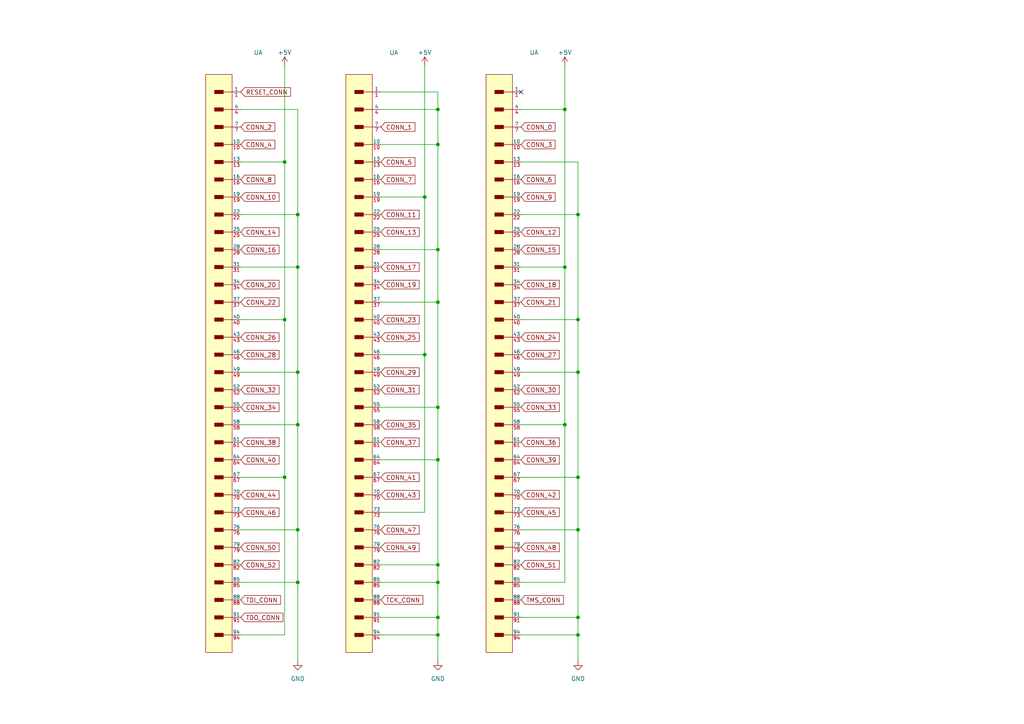
<source format=kicad_sch>
(kicad_sch (version 20220404) (generator eeschema)
  (paper "A4")
  (lib_symbols
    (symbol "Conn-09031966821:09031966921" (pin_names (offset 0))
      (property "Reference" "J" (at 0 7.62 0))
      (property "Value" "09031966921" (at 0 10.16 0))
      (symbol "09031966921_1_1"
        (rectangle (start -12.7 5.08) (end -5.08 -162.56) (fill (type background)))
        (rectangle (start -10.16 -156.972) (end -7.62 -157.988) (fill (type outline)))
        (rectangle (start -10.16 -151.892) (end -7.62 -152.908) (fill (type outline)))
        (rectangle (start -10.16 -146.812) (end -7.62 -147.828) (fill (type outline)))
        (rectangle (start -10.16 -141.732) (end -7.62 -142.748) (fill (type outline)))
        (rectangle (start -10.16 -136.652) (end -7.62 -137.668) (fill (type outline)))
        (rectangle (start -10.16 -131.572) (end -7.62 -132.588) (fill (type outline)))
        (rectangle (start -10.16 -126.492) (end -7.62 -127.508) (fill (type outline)))
        (rectangle (start -10.16 -121.412) (end -7.62 -122.428) (fill (type outline)))
        (rectangle (start -10.16 -116.332) (end -7.62 -117.348) (fill (type outline)))
        (rectangle (start -10.16 -111.252) (end -7.62 -112.268) (fill (type outline)))
        (rectangle (start -10.16 -106.172) (end -7.62 -107.188) (fill (type outline)))
        (rectangle (start -10.16 -101.092) (end -7.62 -102.108) (fill (type outline)))
        (rectangle (start -10.16 -96.012) (end -7.62 -97.028) (fill (type outline)))
        (rectangle (start -10.16 -90.932) (end -7.62 -91.948) (fill (type outline)))
        (rectangle (start -10.16 -85.852) (end -7.62 -86.868) (fill (type outline)))
        (rectangle (start -10.16 -80.772) (end -7.62 -81.788) (fill (type outline)))
        (rectangle (start -10.16 -75.692) (end -7.62 -76.708) (fill (type outline)))
        (rectangle (start -10.16 -70.612) (end -7.62 -71.628) (fill (type outline)))
        (rectangle (start -10.16 -65.532) (end -7.62 -66.548) (fill (type outline)))
        (rectangle (start -10.16 -60.452) (end -7.62 -61.468) (fill (type outline)))
        (rectangle (start -10.16 -55.372) (end -7.62 -56.388) (fill (type outline)))
        (rectangle (start -10.16 -50.292) (end -7.62 -51.308) (fill (type outline)))
        (rectangle (start -10.16 -45.212) (end -7.62 -46.228) (fill (type outline)))
        (rectangle (start -10.16 -40.132) (end -7.62 -41.148) (fill (type outline)))
        (rectangle (start -10.16 -35.052) (end -7.62 -36.068) (fill (type outline)))
        (rectangle (start -10.16 -29.972) (end -7.62 -30.988) (fill (type outline)))
        (rectangle (start -10.16 -24.892) (end -7.62 -25.908) (fill (type outline)))
        (rectangle (start -10.16 -19.812) (end -7.62 -20.828) (fill (type outline)))
        (rectangle (start -10.16 -14.732) (end -7.62 -15.748) (fill (type outline)))
        (rectangle (start -10.16 -9.652) (end -7.62 -10.668) (fill (type outline)))
        (rectangle (start -10.16 -4.572) (end -7.62 -5.588) (fill (type outline)))
        (rectangle (start -10.16 0.508) (end -7.62 -0.508) (fill (type outline)))
        (polyline (pts (xy -8.128 -157.48) (xy -5.08 -157.48)))
        (polyline (pts (xy -8.128 -152.4) (xy -5.08 -152.4)))
        (polyline (pts (xy -8.128 -147.32) (xy -5.08 -147.32)))
        (polyline (pts (xy -8.128 -142.24) (xy -5.08 -142.24)))
        (polyline (pts (xy -8.128 -137.16) (xy -5.08 -137.16)))
        (polyline (pts (xy -8.128 -132.08) (xy -5.08 -132.08)))
        (polyline (pts (xy -8.128 -127) (xy -5.08 -127)))
        (polyline (pts (xy -8.128 -121.92) (xy -5.08 -121.92)))
        (polyline (pts (xy -8.128 -116.84) (xy -5.08 -116.84)))
        (polyline (pts (xy -8.128 -111.76) (xy -5.08 -111.76)))
        (polyline (pts (xy -8.128 -106.68) (xy -5.08 -106.68)))
        (polyline (pts (xy -8.128 -101.6) (xy -5.08 -101.6)))
        (polyline (pts (xy -8.128 -96.52) (xy -5.08 -96.52)))
        (polyline (pts (xy -8.128 -91.44) (xy -5.08 -91.44)))
        (polyline (pts (xy -8.128 -86.36) (xy -5.08 -86.36)))
        (polyline (pts (xy -8.128 -81.28) (xy -5.08 -81.28)))
        (polyline (pts (xy -8.128 -76.2) (xy -5.08 -76.2)))
        (polyline (pts (xy -8.128 -71.12) (xy -5.08 -71.12)))
        (polyline (pts (xy -8.128 -66.04) (xy -5.08 -66.04)))
        (polyline (pts (xy -8.128 -60.96) (xy -5.08 -60.96)))
        (polyline (pts (xy -8.128 -55.88) (xy -5.08 -55.88)))
        (polyline (pts (xy -8.128 -50.8) (xy -5.08 -50.8)))
        (polyline (pts (xy -8.128 -45.72) (xy -5.08 -45.72)))
        (polyline (pts (xy -8.128 -40.64) (xy -5.08 -40.64)))
        (polyline (pts (xy -8.128 -35.56) (xy -5.08 -35.56)))
        (polyline (pts (xy -8.128 -30.48) (xy -5.08 -30.48)))
        (polyline (pts (xy -8.128 -25.4) (xy -5.08 -25.4)))
        (polyline (pts (xy -8.128 -20.32) (xy -5.08 -20.32)))
        (polyline (pts (xy -8.128 -15.24) (xy -5.08 -15.24)))
        (polyline (pts (xy -8.128 -10.16) (xy -5.08 -10.16)))
        (polyline (pts (xy -8.128 -5.08) (xy -5.08 -5.08)))
        (polyline (pts (xy -8.128 0) (xy -5.08 0)))
        (pin passive line (at -2.54 0 180) (length 2.54) (name "1") (number "1"))
        (pin passive line (at -2.54 -15.24 180) (length 2.54) (name "10") (number "10"))
        (pin passive line (at -2.54 -20.32 180) (length 2.54) (name "13") (number "13"))
        (pin passive line (at -2.54 -25.4 180) (length 2.54) (name "16") (number "16"))
        (pin passive line (at -2.54 -30.48 180) (length 2.54) (name "19") (number "19"))
        (pin passive line (at -2.54 -35.56 180) (length 2.54) (name "22") (number "22"))
        (pin passive line (at -2.54 -40.64 180) (length 2.54) (name "25") (number "25"))
        (pin passive line (at -2.54 -45.72 180) (length 2.54) (name "28") (number "28"))
        (pin passive line (at -2.54 -50.8 180) (length 2.54) (name "31") (number "31"))
        (pin passive line (at -2.54 -55.88 180) (length 2.54) (name "34") (number "34"))
        (pin passive line (at -2.54 -60.96 180) (length 2.54) (name "37") (number "37"))
        (pin passive line (at -2.54 -5.08 180) (length 2.54) (name "4") (number "4"))
        (pin passive line (at -2.54 -66.04 180) (length 2.54) (name "40") (number "40"))
        (pin passive line (at -2.54 -71.12 180) (length 2.54) (name "43") (number "43"))
        (pin passive line (at -2.54 -76.2 180) (length 2.54) (name "46") (number "46"))
        (pin passive line (at -2.54 -81.28 180) (length 2.54) (name "49") (number "49"))
        (pin passive line (at -2.54 -86.36 180) (length 2.54) (name "52") (number "52"))
        (pin passive line (at -2.54 -91.44 180) (length 2.54) (name "55") (number "55"))
        (pin passive line (at -2.54 -96.52 180) (length 2.54) (name "58") (number "58"))
        (pin passive line (at -2.54 -101.6 180) (length 2.54) (name "61") (number "61"))
        (pin passive line (at -2.54 -106.68 180) (length 2.54) (name "64") (number "64"))
        (pin passive line (at -2.54 -111.76 180) (length 2.54) (name "67") (number "67"))
        (pin passive line (at -2.54 -10.16 180) (length 2.54) (name "7") (number "7"))
        (pin passive line (at -2.54 -116.84 180) (length 2.54) (name "70") (number "70"))
        (pin passive line (at -2.54 -121.92 180) (length 2.54) (name "73") (number "73"))
        (pin passive line (at -2.54 -127 180) (length 2.54) (name "76") (number "76"))
        (pin passive line (at -2.54 -132.08 180) (length 2.54) (name "79") (number "79"))
        (pin passive line (at -2.54 -137.16 180) (length 2.54) (name "82") (number "82"))
        (pin passive line (at -2.54 -142.24 180) (length 2.54) (name "85") (number "85"))
        (pin passive line (at -2.54 -147.32 180) (length 2.54) (name "88") (number "88"))
        (pin passive line (at -2.54 -152.4 180) (length 2.54) (name "91") (number "91"))
        (pin passive line (at -2.54 -157.48 180) (length 2.54) (name "94") (number "94"))
      )
      (symbol "09031966921_2_1"
        (rectangle (start -12.7 5.08) (end -5.08 -162.56) (fill (type background)))
        (rectangle (start -10.16 -156.972) (end -7.62 -157.988) (fill (type outline)))
        (rectangle (start -10.16 -151.892) (end -7.62 -152.908) (fill (type outline)))
        (rectangle (start -10.16 -146.812) (end -7.62 -147.828) (fill (type outline)))
        (rectangle (start -10.16 -141.732) (end -7.62 -142.748) (fill (type outline)))
        (rectangle (start -10.16 -136.652) (end -7.62 -137.668) (fill (type outline)))
        (rectangle (start -10.16 -131.572) (end -7.62 -132.588) (fill (type outline)))
        (rectangle (start -10.16 -126.492) (end -7.62 -127.508) (fill (type outline)))
        (rectangle (start -10.16 -121.412) (end -7.62 -122.428) (fill (type outline)))
        (rectangle (start -10.16 -116.332) (end -7.62 -117.348) (fill (type outline)))
        (rectangle (start -10.16 -111.252) (end -7.62 -112.268) (fill (type outline)))
        (rectangle (start -10.16 -106.172) (end -7.62 -107.188) (fill (type outline)))
        (rectangle (start -10.16 -101.092) (end -7.62 -102.108) (fill (type outline)))
        (rectangle (start -10.16 -96.012) (end -7.62 -97.028) (fill (type outline)))
        (rectangle (start -10.16 -90.932) (end -7.62 -91.948) (fill (type outline)))
        (rectangle (start -10.16 -85.852) (end -7.62 -86.868) (fill (type outline)))
        (rectangle (start -10.16 -80.772) (end -7.62 -81.788) (fill (type outline)))
        (rectangle (start -10.16 -75.692) (end -7.62 -76.708) (fill (type outline)))
        (rectangle (start -10.16 -70.612) (end -7.62 -71.628) (fill (type outline)))
        (rectangle (start -10.16 -65.532) (end -7.62 -66.548) (fill (type outline)))
        (rectangle (start -10.16 -60.452) (end -7.62 -61.468) (fill (type outline)))
        (rectangle (start -10.16 -55.372) (end -7.62 -56.388) (fill (type outline)))
        (rectangle (start -10.16 -50.292) (end -7.62 -51.308) (fill (type outline)))
        (rectangle (start -10.16 -45.212) (end -7.62 -46.228) (fill (type outline)))
        (rectangle (start -10.16 -40.132) (end -7.62 -41.148) (fill (type outline)))
        (rectangle (start -10.16 -35.052) (end -7.62 -36.068) (fill (type outline)))
        (rectangle (start -10.16 -29.972) (end -7.62 -30.988) (fill (type outline)))
        (rectangle (start -10.16 -24.892) (end -7.62 -25.908) (fill (type outline)))
        (rectangle (start -10.16 -19.812) (end -7.62 -20.828) (fill (type outline)))
        (rectangle (start -10.16 -14.732) (end -7.62 -15.748) (fill (type outline)))
        (rectangle (start -10.16 -9.652) (end -7.62 -10.668) (fill (type outline)))
        (rectangle (start -10.16 -4.572) (end -7.62 -5.588) (fill (type outline)))
        (rectangle (start -10.16 0.508) (end -7.62 -0.508) (fill (type outline)))
        (polyline (pts (xy -8.128 -157.48) (xy -5.08 -157.48)))
        (polyline (pts (xy -8.128 -152.4) (xy -5.08 -152.4)))
        (polyline (pts (xy -8.128 -147.32) (xy -5.08 -147.32)))
        (polyline (pts (xy -8.128 -142.24) (xy -5.08 -142.24)))
        (polyline (pts (xy -8.128 -137.16) (xy -5.08 -137.16)))
        (polyline (pts (xy -8.128 -132.08) (xy -5.08 -132.08)))
        (polyline (pts (xy -8.128 -127) (xy -5.08 -127)))
        (polyline (pts (xy -8.128 -121.92) (xy -5.08 -121.92)))
        (polyline (pts (xy -8.128 -116.84) (xy -5.08 -116.84)))
        (polyline (pts (xy -8.128 -111.76) (xy -5.08 -111.76)))
        (polyline (pts (xy -8.128 -106.68) (xy -5.08 -106.68)))
        (polyline (pts (xy -8.128 -101.6) (xy -5.08 -101.6)))
        (polyline (pts (xy -8.128 -96.52) (xy -5.08 -96.52)))
        (polyline (pts (xy -8.128 -91.44) (xy -5.08 -91.44)))
        (polyline (pts (xy -8.128 -86.36) (xy -5.08 -86.36)))
        (polyline (pts (xy -8.128 -81.28) (xy -5.08 -81.28)))
        (polyline (pts (xy -8.128 -76.2) (xy -5.08 -76.2)))
        (polyline (pts (xy -8.128 -71.12) (xy -5.08 -71.12)))
        (polyline (pts (xy -8.128 -66.04) (xy -5.08 -66.04)))
        (polyline (pts (xy -8.128 -60.96) (xy -5.08 -60.96)))
        (polyline (pts (xy -8.128 -55.88) (xy -5.08 -55.88)))
        (polyline (pts (xy -8.128 -50.8) (xy -5.08 -50.8)))
        (polyline (pts (xy -8.128 -45.72) (xy -5.08 -45.72)))
        (polyline (pts (xy -8.128 -40.64) (xy -5.08 -40.64)))
        (polyline (pts (xy -8.128 -35.56) (xy -5.08 -35.56)))
        (polyline (pts (xy -8.128 -30.48) (xy -5.08 -30.48)))
        (polyline (pts (xy -8.128 -25.4) (xy -5.08 -25.4)))
        (polyline (pts (xy -8.128 -20.32) (xy -5.08 -20.32)))
        (polyline (pts (xy -8.128 -15.24) (xy -5.08 -15.24)))
        (polyline (pts (xy -8.128 -10.16) (xy -5.08 -10.16)))
        (polyline (pts (xy -8.128 -5.08) (xy -5.08 -5.08)))
        (polyline (pts (xy -8.128 0) (xy -5.08 0)))
        (pin passive line (at -2.54 -15.24 180) (length 2.54) (name "11") (number "11"))
        (pin passive line (at -2.54 -20.32 180) (length 2.54) (name "14") (number "14"))
        (pin passive line (at -2.54 -25.4 180) (length 2.54) (name "17") (number "17"))
        (pin passive line (at -2.54 0 180) (length 2.54) (name "2") (number "2"))
        (pin passive line (at -2.54 -30.48 180) (length 2.54) (name "20") (number "20"))
        (pin passive line (at -2.54 -35.56 180) (length 2.54) (name "23") (number "23"))
        (pin passive line (at -2.54 -40.64 180) (length 2.54) (name "26") (number "26"))
        (pin passive line (at -2.54 -45.72 180) (length 2.54) (name "29") (number "29"))
        (pin passive line (at -2.54 -50.8 180) (length 2.54) (name "32") (number "32"))
        (pin passive line (at -2.54 -55.88 180) (length 2.54) (name "35") (number "35"))
        (pin passive line (at -2.54 -60.96 180) (length 2.54) (name "38") (number "38"))
        (pin passive line (at -2.54 -66.04 180) (length 2.54) (name "41") (number "41"))
        (pin passive line (at -2.54 -71.12 180) (length 2.54) (name "44") (number "44"))
        (pin passive line (at -2.54 -76.2 180) (length 2.54) (name "47") (number "47"))
        (pin passive line (at -2.54 -5.08 180) (length 2.54) (name "5") (number "5"))
        (pin passive line (at -2.54 -81.28 180) (length 2.54) (name "50") (number "50"))
        (pin passive line (at -2.54 -86.36 180) (length 2.54) (name "53") (number "53"))
        (pin passive line (at -2.54 -91.44 180) (length 2.54) (name "56") (number "56"))
        (pin passive line (at -2.54 -96.52 180) (length 2.54) (name "59") (number "59"))
        (pin passive line (at -2.54 -101.6 180) (length 2.54) (name "62") (number "62"))
        (pin passive line (at -2.54 -106.68 180) (length 2.54) (name "65") (number "65"))
        (pin passive line (at -2.54 -111.76 180) (length 2.54) (name "68") (number "68"))
        (pin passive line (at -2.54 -116.84 180) (length 2.54) (name "71") (number "71"))
        (pin passive line (at -2.54 -121.92 180) (length 2.54) (name "74") (number "74"))
        (pin passive line (at -2.54 -127 180) (length 2.54) (name "77") (number "77"))
        (pin passive line (at -2.54 -10.16 180) (length 2.54) (name "8") (number "8"))
        (pin passive line (at -2.54 -132.08 180) (length 2.54) (name "80") (number "80"))
        (pin passive line (at -2.54 -137.16 180) (length 2.54) (name "83") (number "83"))
        (pin passive line (at -2.54 -142.24 180) (length 2.54) (name "86") (number "86"))
        (pin passive line (at -2.54 -147.32 180) (length 2.54) (name "89") (number "89"))
        (pin passive line (at -2.54 -152.4 180) (length 2.54) (name "92") (number "92"))
        (pin passive line (at -2.54 -157.48 180) (length 2.54) (name "95") (number "95"))
      )
      (symbol "09031966921_3_1"
        (rectangle (start -12.7 5.08) (end -5.08 -162.56) (fill (type background)))
        (rectangle (start -10.16 -156.972) (end -7.62 -157.988) (fill (type outline)))
        (rectangle (start -10.16 -151.892) (end -7.62 -152.908) (fill (type outline)))
        (rectangle (start -10.16 -146.812) (end -7.62 -147.828) (fill (type outline)))
        (rectangle (start -10.16 -141.732) (end -7.62 -142.748) (fill (type outline)))
        (rectangle (start -10.16 -136.652) (end -7.62 -137.668) (fill (type outline)))
        (rectangle (start -10.16 -131.572) (end -7.62 -132.588) (fill (type outline)))
        (rectangle (start -10.16 -126.492) (end -7.62 -127.508) (fill (type outline)))
        (rectangle (start -10.16 -121.412) (end -7.62 -122.428) (fill (type outline)))
        (rectangle (start -10.16 -116.332) (end -7.62 -117.348) (fill (type outline)))
        (rectangle (start -10.16 -111.252) (end -7.62 -112.268) (fill (type outline)))
        (rectangle (start -10.16 -106.172) (end -7.62 -107.188) (fill (type outline)))
        (rectangle (start -10.16 -101.092) (end -7.62 -102.108) (fill (type outline)))
        (rectangle (start -10.16 -96.012) (end -7.62 -97.028) (fill (type outline)))
        (rectangle (start -10.16 -90.932) (end -7.62 -91.948) (fill (type outline)))
        (rectangle (start -10.16 -85.852) (end -7.62 -86.868) (fill (type outline)))
        (rectangle (start -10.16 -80.772) (end -7.62 -81.788) (fill (type outline)))
        (rectangle (start -10.16 -75.692) (end -7.62 -76.708) (fill (type outline)))
        (rectangle (start -10.16 -70.612) (end -7.62 -71.628) (fill (type outline)))
        (rectangle (start -10.16 -65.532) (end -7.62 -66.548) (fill (type outline)))
        (rectangle (start -10.16 -60.452) (end -7.62 -61.468) (fill (type outline)))
        (rectangle (start -10.16 -55.372) (end -7.62 -56.388) (fill (type outline)))
        (rectangle (start -10.16 -50.292) (end -7.62 -51.308) (fill (type outline)))
        (rectangle (start -10.16 -45.212) (end -7.62 -46.228) (fill (type outline)))
        (rectangle (start -10.16 -40.132) (end -7.62 -41.148) (fill (type outline)))
        (rectangle (start -10.16 -35.052) (end -7.62 -36.068) (fill (type outline)))
        (rectangle (start -10.16 -29.972) (end -7.62 -30.988) (fill (type outline)))
        (rectangle (start -10.16 -24.892) (end -7.62 -25.908) (fill (type outline)))
        (rectangle (start -10.16 -19.812) (end -7.62 -20.828) (fill (type outline)))
        (rectangle (start -10.16 -14.732) (end -7.62 -15.748) (fill (type outline)))
        (rectangle (start -10.16 -9.652) (end -7.62 -10.668) (fill (type outline)))
        (rectangle (start -10.16 -4.572) (end -7.62 -5.588) (fill (type outline)))
        (rectangle (start -10.16 0.508) (end -7.62 -0.508) (fill (type outline)))
        (polyline (pts (xy -8.128 -157.48) (xy -5.08 -157.48)))
        (polyline (pts (xy -8.128 -152.4) (xy -5.08 -152.4)))
        (polyline (pts (xy -8.128 -147.32) (xy -5.08 -147.32)))
        (polyline (pts (xy -8.128 -142.24) (xy -5.08 -142.24)))
        (polyline (pts (xy -8.128 -137.16) (xy -5.08 -137.16)))
        (polyline (pts (xy -8.128 -132.08) (xy -5.08 -132.08)))
        (polyline (pts (xy -8.128 -127) (xy -5.08 -127)))
        (polyline (pts (xy -8.128 -121.92) (xy -5.08 -121.92)))
        (polyline (pts (xy -8.128 -116.84) (xy -5.08 -116.84)))
        (polyline (pts (xy -8.128 -111.76) (xy -5.08 -111.76)))
        (polyline (pts (xy -8.128 -106.68) (xy -5.08 -106.68)))
        (polyline (pts (xy -8.128 -101.6) (xy -5.08 -101.6)))
        (polyline (pts (xy -8.128 -96.52) (xy -5.08 -96.52)))
        (polyline (pts (xy -8.128 -91.44) (xy -5.08 -91.44)))
        (polyline (pts (xy -8.128 -86.36) (xy -5.08 -86.36)))
        (polyline (pts (xy -8.128 -81.28) (xy -5.08 -81.28)))
        (polyline (pts (xy -8.128 -76.2) (xy -5.08 -76.2)))
        (polyline (pts (xy -8.128 -71.12) (xy -5.08 -71.12)))
        (polyline (pts (xy -8.128 -66.04) (xy -5.08 -66.04)))
        (polyline (pts (xy -8.128 -60.96) (xy -5.08 -60.96)))
        (polyline (pts (xy -8.128 -55.88) (xy -5.08 -55.88)))
        (polyline (pts (xy -8.128 -50.8) (xy -5.08 -50.8)))
        (polyline (pts (xy -8.128 -45.72) (xy -5.08 -45.72)))
        (polyline (pts (xy -8.128 -40.64) (xy -5.08 -40.64)))
        (polyline (pts (xy -8.128 -35.56) (xy -5.08 -35.56)))
        (polyline (pts (xy -8.128 -30.48) (xy -5.08 -30.48)))
        (polyline (pts (xy -8.128 -25.4) (xy -5.08 -25.4)))
        (polyline (pts (xy -8.128 -20.32) (xy -5.08 -20.32)))
        (polyline (pts (xy -8.128 -15.24) (xy -5.08 -15.24)))
        (polyline (pts (xy -8.128 -10.16) (xy -5.08 -10.16)))
        (polyline (pts (xy -8.128 -5.08) (xy -5.08 -5.08)))
        (polyline (pts (xy -8.128 0) (xy -5.08 0)))
        (pin passive line (at -2.54 -15.24 180) (length 2.54) (name "12") (number "12"))
        (pin passive line (at -2.54 -20.32 180) (length 2.54) (name "15") (number "15"))
        (pin passive line (at -2.54 -25.4 180) (length 2.54) (name "18") (number "18"))
        (pin passive line (at -2.54 -30.48 180) (length 2.54) (name "21") (number "21"))
        (pin passive line (at -2.54 -35.56 180) (length 2.54) (name "24") (number "24"))
        (pin passive line (at -2.54 -40.64 180) (length 2.54) (name "27") (number "27"))
        (pin passive line (at -2.54 0 180) (length 2.54) (name "3") (number "3"))
        (pin passive line (at -2.54 -45.72 180) (length 2.54) (name "30") (number "30"))
        (pin passive line (at -2.54 -50.8 180) (length 2.54) (name "33") (number "33"))
        (pin passive line (at -2.54 -55.88 180) (length 2.54) (name "36") (number "36"))
        (pin passive line (at -2.54 -60.96 180) (length 2.54) (name "39") (number "39"))
        (pin passive line (at -2.54 -66.04 180) (length 2.54) (name "42") (number "42"))
        (pin passive line (at -2.54 -71.12 180) (length 2.54) (name "45") (number "45"))
        (pin passive line (at -2.54 -76.2 180) (length 2.54) (name "48") (number "48"))
        (pin passive line (at -2.54 -81.28 180) (length 2.54) (name "51") (number "51"))
        (pin passive line (at -2.54 -86.36 180) (length 2.54) (name "54") (number "54"))
        (pin passive line (at -2.54 -91.44 180) (length 2.54) (name "57") (number "57"))
        (pin passive line (at -2.54 -5.08 180) (length 2.54) (name "6") (number "6"))
        (pin passive line (at -2.54 -96.52 180) (length 2.54) (name "60") (number "60"))
        (pin passive line (at -2.54 -101.6 180) (length 2.54) (name "63") (number "63"))
        (pin passive line (at -2.54 -106.68 180) (length 2.54) (name "66") (number "66"))
        (pin passive line (at -2.54 -111.76 180) (length 2.54) (name "69") (number "69"))
        (pin passive line (at -2.54 -116.84 180) (length 2.54) (name "72") (number "72"))
        (pin passive line (at -2.54 -121.92 180) (length 2.54) (name "75") (number "75"))
        (pin passive line (at -2.54 -127 180) (length 2.54) (name "78") (number "78"))
        (pin passive line (at -2.54 -132.08 180) (length 2.54) (name "81") (number "81"))
        (pin passive line (at -2.54 -137.16 180) (length 2.54) (name "84") (number "84"))
        (pin passive line (at -2.54 -142.24 180) (length 2.54) (name "87") (number "87"))
        (pin passive line (at -2.54 -10.16 180) (length 2.54) (name "9") (number "9"))
        (pin passive line (at -2.54 -147.32 180) (length 2.54) (name "90") (number "90"))
        (pin passive line (at -2.54 -152.4 180) (length 2.54) (name "93") (number "93"))
        (pin passive line (at -2.54 -157.48 180) (length 2.54) (name "96") (number "96"))
      )
    )
    (symbol "power:+5V" (power) (pin_names (offset 0))
      (property "Value" "+5V" (at 0 3.556 0))
      (symbol "+5V_0_1"
        (polyline (pts (xy -0.762 1.27) (xy 0 2.54)))
        (polyline (pts (xy 0 0) (xy 0 2.54)))
        (polyline (pts (xy 0 2.54) (xy 0.762 1.27)))
      )
      (symbol "+5V_1_1"
        (pin power_in line (at 0 0 90) (length 0) hide (name "+5V") (number "1"))
      )
    )
    (symbol "power:GND" (power) (pin_names (offset 0))
      (property "Value" "GND" (at 0 -3.81 0))
      (symbol "GND_0_1"
        (polyline (pts (xy 0 0) (xy 0 -1.27) (xy 1.27 -1.27) (xy 0 -2.54) (xy -1.27 -1.27) (xy 0 -1.27)))
      )
      (symbol "GND_1_1"
        (pin power_in line (at 0 0 270) (length 0) hide (name "GND") (number "1"))
      )
    )
  )
  (junction (at 86.36 168.91))
  (junction (at 127 163.83))
  (junction (at 167.64 184.15))
  (junction (at 167.64 107.95))
  (junction (at 86.36 77.47))
  (junction (at 163.83 31.75))
  (junction (at 127 72.39))
  (junction (at 86.36 107.95))
  (junction (at 127 87.63))
  (junction (at 86.36 62.23))
  (junction (at 123.19 102.87))
  (junction (at 167.64 92.71))
  (junction (at 163.83 77.47))
  (junction (at 86.36 123.19))
  (junction (at 127 41.91))
  (junction (at 167.64 62.23))
  (junction (at 82.55 138.43))
  (junction (at 127 118.11))
  (junction (at 167.64 138.43))
  (junction (at 82.55 46.99))
  (junction (at 163.83 123.19))
  (junction (at 167.64 179.07))
  (junction (at 123.19 57.15))
  (junction (at 86.36 153.67))
  (junction (at 127 179.07))
  (junction (at 127 184.15))
  (junction (at 82.55 92.71))
  (junction (at 167.64 153.67))
  (junction (at 127 133.35))
  (junction (at 127 31.75))
  (junction (at 127 168.91))
  (no_connect (at 151.13 26.67))
  (wire (pts (xy 127 168.91) (xy 127 179.07)))
  (wire (pts (xy 127 163.83) (xy 127 168.91)))
  (wire (pts (xy 127 184.15) (xy 110.49 184.15)))
  (wire (pts (xy 123.19 102.87) (xy 123.19 148.59)))
  (wire (pts (xy 127 41.91) (xy 127 72.39)))
  (wire (pts (xy 167.64 62.23) (xy 167.64 92.71)))
  (wire (pts (xy 86.36 107.95) (xy 69.85 107.95)))
  (wire (pts (xy 127 87.63) (xy 110.49 87.63)))
  (wire (pts (xy 167.64 62.23) (xy 151.13 62.23)))
  (wire (pts (xy 86.36 107.95) (xy 86.36 123.19)))
  (wire (pts (xy 86.36 62.23) (xy 86.36 77.47)))
  (wire (pts (xy 163.83 31.75) (xy 163.83 77.47)))
  (wire (pts (xy 163.83 123.19) (xy 163.83 168.91)))
  (wire (pts (xy 167.64 107.95) (xy 151.13 107.95)))
  (wire (pts (xy 86.36 77.47) (xy 86.36 107.95)))
  (wire (pts (xy 127 179.07) (xy 127 184.15)))
  (wire (pts (xy 127 26.67) (xy 110.49 26.67)))
  (wire (pts (xy 127 168.91) (xy 110.49 168.91)))
  (wire (pts (xy 82.55 138.43) (xy 82.55 184.15)))
  (wire (pts (xy 127 133.35) (xy 127 163.83)))
  (wire (pts (xy 127 179.07) (xy 110.49 179.07)))
  (wire (pts (xy 82.55 92.71) (xy 82.55 138.43)))
  (wire (pts (xy 127 31.75) (xy 127 41.91)))
  (wire (pts (xy 167.64 153.67) (xy 167.64 179.07)))
  (wire (pts (xy 163.83 19.05) (xy 163.83 31.75)))
  (wire (pts (xy 123.19 57.15) (xy 110.49 57.15)))
  (wire (pts (xy 167.64 107.95) (xy 167.64 138.43)))
  (wire (pts (xy 127 31.75) (xy 110.49 31.75)))
  (wire (pts (xy 127 87.63) (xy 127 118.11)))
  (wire (pts (xy 123.19 148.59) (xy 110.49 148.59)))
  (wire (pts (xy 86.36 153.67) (xy 86.36 168.91)))
  (wire (pts (xy 86.36 62.23) (xy 69.85 62.23)))
  (wire (pts (xy 167.64 92.71) (xy 167.64 107.95)))
  (wire (pts (xy 163.83 168.91) (xy 151.13 168.91)))
  (wire (pts (xy 127 118.11) (xy 110.49 118.11)))
  (wire (pts (xy 82.55 92.71) (xy 69.85 92.71)))
  (wire (pts (xy 167.64 184.15) (xy 167.64 191.77)))
  (wire (pts (xy 82.55 184.15) (xy 69.85 184.15)))
  (wire (pts (xy 127 133.35) (xy 110.49 133.35)))
  (wire (pts (xy 86.36 168.91) (xy 86.36 191.77)))
  (wire (pts (xy 82.55 19.05) (xy 82.55 46.99)))
  (wire (pts (xy 86.36 31.75) (xy 86.36 62.23)))
  (wire (pts (xy 167.64 179.07) (xy 151.13 179.07)))
  (wire (pts (xy 86.36 123.19) (xy 86.36 153.67)))
  (wire (pts (xy 163.83 77.47) (xy 163.83 123.19)))
  (wire (pts (xy 167.64 138.43) (xy 167.64 153.67)))
  (wire (pts (xy 86.36 31.75) (xy 69.85 31.75)))
  (wire (pts (xy 127 26.67) (xy 127 31.75)))
  (wire (pts (xy 86.36 123.19) (xy 69.85 123.19)))
  (wire (pts (xy 167.64 153.67) (xy 151.13 153.67)))
  (wire (pts (xy 86.36 77.47) (xy 69.85 77.47)))
  (wire (pts (xy 127 163.83) (xy 110.49 163.83)))
  (wire (pts (xy 163.83 123.19) (xy 151.13 123.19)))
  (wire (pts (xy 167.64 184.15) (xy 151.13 184.15)))
  (wire (pts (xy 127 72.39) (xy 127 87.63)))
  (wire (pts (xy 163.83 77.47) (xy 151.13 77.47)))
  (wire (pts (xy 86.36 153.67) (xy 69.85 153.67)))
  (wire (pts (xy 86.36 168.91) (xy 69.85 168.91)))
  (wire (pts (xy 127 72.39) (xy 110.49 72.39)))
  (wire (pts (xy 167.64 138.43) (xy 151.13 138.43)))
  (wire (pts (xy 123.19 19.05) (xy 123.19 57.15)))
  (wire (pts (xy 127 118.11) (xy 127 133.35)))
  (wire (pts (xy 82.55 46.99) (xy 82.55 92.71)))
  (wire (pts (xy 167.64 179.07) (xy 167.64 184.15)))
  (wire (pts (xy 123.19 57.15) (xy 123.19 102.87)))
  (wire (pts (xy 167.64 46.99) (xy 151.13 46.99)))
  (wire (pts (xy 82.55 46.99) (xy 69.85 46.99)))
  (wire (pts (xy 167.64 46.99) (xy 167.64 62.23)))
  (wire (pts (xy 127 41.91) (xy 110.49 41.91)))
  (wire (pts (xy 163.83 31.75) (xy 151.13 31.75)))
  (wire (pts (xy 167.64 92.71) (xy 151.13 92.71)))
  (wire (pts (xy 123.19 102.87) (xy 110.49 102.87)))
  (wire (pts (xy 127 184.15) (xy 127 191.77)))
  (wire (pts (xy 82.55 138.43) (xy 69.85 138.43)))
  (global_label "CONN_20" (shape input) (at 69.85 82.55 0) (property "Intersheet References" "${INTERSHEET_REFS}" (at 82.1812 82.4706 0) (effects (justify left))))
  (global_label "CONN_30" (shape input) (at 151.13 113.03 0) (property "Intersheet References" "${INTERSHEET_REFS}" (at 163.4612 112.9506 0) (effects (justify left))))
  (global_label "TDI_CONN" (shape input) (at 69.85 173.99 0) (property "Intersheet References" "${INTERSHEET_REFS}" (at 82.1812 173.9106 0) (effects (justify left))))
  (global_label "CONN_29" (shape input) (at 110.49 107.95 0) (property "Intersheet References" "${INTERSHEET_REFS}" (at 122.8212 107.8706 0) (effects (justify left))))
  (global_label "CONN_5" (shape input) (at 110.49 46.99 0) (property "Intersheet References" "${INTERSHEET_REFS}" (at 120.3417 46.9106 0) (effects (justify left))))
  (global_label "CONN_25" (shape input) (at 110.49 97.79 0) (property "Intersheet References" "${INTERSHEET_REFS}" (at 122.8212 97.7106 0) (effects (justify left))))
  (global_label "CONN_37" (shape input) (at 110.49 128.27 0) (property "Intersheet References" "${INTERSHEET_REFS}" (at 122.8212 128.1906 0) (effects (justify left))))
  (global_label "CONN_44" (shape input) (at 69.85 143.51 0) (property "Intersheet References" "${INTERSHEET_REFS}" (at 82.1812 143.4306 0) (effects (justify left))))
  (global_label "CONN_45" (shape input) (at 151.13 148.59 0) (property "Intersheet References" "${INTERSHEET_REFS}" (at 163.4612 148.5106 0) (effects (justify left))))
  (global_label "CONN_4" (shape input) (at 69.85 41.91 0) (property "Intersheet References" "${INTERSHEET_REFS}" (at 79.7017 41.8306 0) (effects (justify left))))
  (global_label "CONN_48" (shape input) (at 151.13 158.75 0) (property "Intersheet References" "${INTERSHEET_REFS}" (at 163.4612 158.6706 0) (effects (justify left))))
  (global_label "CONN_22" (shape input) (at 69.85 87.63 0) (property "Intersheet References" "${INTERSHEET_REFS}" (at 82.1812 87.5506 0) (effects (justify left))))
  (global_label "CONN_0" (shape input) (at 151.13 36.83 0) (property "Intersheet References" "${INTERSHEET_REFS}" (at 160.9817 36.7506 0) (effects (justify left))))
  (global_label "CONN_24" (shape input) (at 151.13 97.79 0) (property "Intersheet References" "${INTERSHEET_REFS}" (at 163.4612 97.7106 0) (effects (justify left))))
  (global_label "CONN_47" (shape input) (at 110.49 153.67 0) (property "Intersheet References" "${INTERSHEET_REFS}" (at 122.8212 153.5906 0) (effects (justify left))))
  (global_label "CONN_50" (shape input) (at 69.85 158.75 0) (property "Intersheet References" "${INTERSHEET_REFS}" (at 82.1812 158.6706 0) (effects (justify left))))
  (global_label "CONN_52" (shape input) (at 69.85 163.83 0) (property "Intersheet References" "${INTERSHEET_REFS}" (at 82.1812 163.7506 0) (effects (justify left))))
  (global_label "CONN_28" (shape input) (at 69.85 102.87 0) (property "Intersheet References" "${INTERSHEET_REFS}" (at 82.1812 102.7906 0) (effects (justify left))))
  (global_label "CONN_17" (shape input) (at 110.49 77.47 0) (property "Intersheet References" "${INTERSHEET_REFS}" (at 122.8212 77.3906 0) (effects (justify left))))
  (global_label "CONN_51" (shape input) (at 151.13 163.83 0) (property "Intersheet References" "${INTERSHEET_REFS}" (at 163.4612 163.7506 0) (effects (justify left))))
  (global_label "CONN_38" (shape input) (at 69.85 128.27 0) (property "Intersheet References" "${INTERSHEET_REFS}" (at 82.1812 128.1906 0) (effects (justify left))))
  (global_label "CONN_26" (shape input) (at 69.85 97.79 0) (property "Intersheet References" "${INTERSHEET_REFS}" (at 82.1812 97.7106 0) (effects (justify left))))
  (global_label "CONN_13" (shape input) (at 110.49 67.31 0) (property "Intersheet References" "${INTERSHEET_REFS}" (at 122.8212 67.2306 0) (effects (justify left))))
  (global_label "CONN_6" (shape input) (at 151.13 52.07 0) (property "Intersheet References" "${INTERSHEET_REFS}" (at 160.9817 51.9906 0) (effects (justify left))))
  (global_label "CONN_43" (shape input) (at 110.49 143.51 0) (property "Intersheet References" "${INTERSHEET_REFS}" (at 122.8212 143.4306 0) (effects (justify left))))
  (global_label "TMS_CONN" (shape input) (at 151.13 173.99 0) (property "Intersheet References" "${INTERSHEET_REFS}" (at 163.4612 173.9106 0) (effects (justify left))))
  (global_label "CONN_2" (shape input) (at 69.85 36.83 0) (property "Intersheet References" "${INTERSHEET_REFS}" (at 79.7017 36.7506 0) (effects (justify left))))
  (global_label "RESET_CONN" (shape input) (at 69.85 26.67 0) (property "Intersheet References" "${INTERSHEET_REFS}" (at 82.1812 26.5906 0) (effects (justify left))))
  (global_label "CONN_36" (shape input) (at 151.13 128.27 0) (property "Intersheet References" "${INTERSHEET_REFS}" (at 163.4612 128.1906 0) (effects (justify left))))
  (global_label "CONN_18" (shape input) (at 151.13 82.55 0) (property "Intersheet References" "${INTERSHEET_REFS}" (at 163.4612 82.4706 0) (effects (justify left))))
  (global_label "CONN_15" (shape input) (at 151.13 72.39 0) (property "Intersheet References" "${INTERSHEET_REFS}" (at 163.4612 72.3106 0) (effects (justify left))))
  (global_label "CONN_10" (shape input) (at 69.85 57.15 0) (property "Intersheet References" "${INTERSHEET_REFS}" (at 82.1812 57.0706 0) (effects (justify left))))
  (global_label "CONN_42" (shape input) (at 151.13 143.51 0) (property "Intersheet References" "${INTERSHEET_REFS}" (at 163.4612 143.4306 0) (effects (justify left))))
  (global_label "CONN_3" (shape input) (at 151.13 41.91 0) (property "Intersheet References" "${INTERSHEET_REFS}" (at 160.9817 41.8306 0) (effects (justify left))))
  (global_label "CONN_8" (shape input) (at 69.85 52.07 0) (property "Intersheet References" "${INTERSHEET_REFS}" (at 79.7017 51.9906 0) (effects (justify left))))
  (global_label "CONN_19" (shape input) (at 110.49 82.55 0) (property "Intersheet References" "${INTERSHEET_REFS}" (at 122.8212 82.4706 0) (effects (justify left))))
  (global_label "CONN_23" (shape input) (at 110.49 92.71 0) (property "Intersheet References" "${INTERSHEET_REFS}" (at 122.8212 92.6306 0) (effects (justify left))))
  (global_label "TDO_CONN" (shape input) (at 69.85 179.07 0) (property "Intersheet References" "${INTERSHEET_REFS}" (at 82.1812 178.9906 0) (effects (justify left))))
  (global_label "CONN_31" (shape input) (at 110.49 113.03 0) (property "Intersheet References" "${INTERSHEET_REFS}" (at 122.8212 112.9506 0) (effects (justify left))))
  (global_label "CONN_7" (shape input) (at 110.49 52.07 0) (property "Intersheet References" "${INTERSHEET_REFS}" (at 120.3417 51.9906 0) (effects (justify left))))
  (global_label "CONN_32" (shape input) (at 69.85 113.03 0) (property "Intersheet References" "${INTERSHEET_REFS}" (at 82.1812 112.9506 0) (effects (justify left))))
  (global_label "CONN_35" (shape input) (at 110.49 123.19 0) (property "Intersheet References" "${INTERSHEET_REFS}" (at 122.8212 123.1106 0) (effects (justify left))))
  (global_label "CONN_9" (shape input) (at 151.13 57.15 0) (property "Intersheet References" "${INTERSHEET_REFS}" (at 160.9817 57.0706 0) (effects (justify left))))
  (global_label "CONN_34" (shape input) (at 69.85 118.11 0) (property "Intersheet References" "${INTERSHEET_REFS}" (at 82.1812 118.0306 0) (effects (justify left))))
  (global_label "CONN_11" (shape input) (at 110.49 62.23 0) (property "Intersheet References" "${INTERSHEET_REFS}" (at 122.8212 62.1506 0) (effects (justify left))))
  (global_label "CONN_16" (shape input) (at 69.85 72.39 0) (property "Intersheet References" "${INTERSHEET_REFS}" (at 82.1812 72.3106 0) (effects (justify left))))
  (global_label "CONN_33" (shape input) (at 151.13 118.11 0) (property "Intersheet References" "${INTERSHEET_REFS}" (at 163.4612 118.0306 0) (effects (justify left))))
  (global_label "CONN_39" (shape input) (at 151.13 133.35 0) (property "Intersheet References" "${INTERSHEET_REFS}" (at 163.4612 133.2706 0) (effects (justify left))))
  (global_label "TCK_CONN" (shape input) (at 110.49 173.99 0) (property "Intersheet References" "${INTERSHEET_REFS}" (at 122.8212 173.9106 0) (effects (justify left))))
  (global_label "CONN_40" (shape input) (at 69.85 133.35 0) (property "Intersheet References" "${INTERSHEET_REFS}" (at 82.1812 133.2706 0) (effects (justify left))))
  (global_label "CONN_46" (shape input) (at 69.85 148.59 0) (property "Intersheet References" "${INTERSHEET_REFS}" (at 82.1812 148.5106 0) (effects (justify left))))
  (global_label "CONN_49" (shape input) (at 110.49 158.75 0) (property "Intersheet References" "${INTERSHEET_REFS}" (at 122.8212 158.6706 0) (effects (justify left))))
  (global_label "CONN_41" (shape input) (at 110.49 138.43 0) (property "Intersheet References" "${INTERSHEET_REFS}" (at 122.8212 138.3506 0) (effects (justify left))))
  (global_label "CONN_12" (shape input) (at 151.13 67.31 0) (property "Intersheet References" "${INTERSHEET_REFS}" (at 163.4612 67.2306 0) (effects (justify left))))
  (global_label "CONN_27" (shape input) (at 151.13 102.87 0) (property "Intersheet References" "${INTERSHEET_REFS}" (at 163.4612 102.7906 0) (effects (justify left))))
  (global_label "CONN_1" (shape input) (at 110.49 36.83 0) (property "Intersheet References" "${INTERSHEET_REFS}" (at 120.3417 36.7506 0) (effects (justify left))))
  (global_label "CONN_14" (shape input) (at 69.85 67.31 0) (property "Intersheet References" "${INTERSHEET_REFS}" (at 82.1812 67.2306 0) (effects (justify left))))
  (global_label "CONN_21" (shape input) (at 151.13 87.63 0) (property "Intersheet References" "${INTERSHEET_REFS}" (at 163.4612 87.5506 0) (effects (justify left))))
  (symbol (lib_id "Conn-09031966821:09031966921") (at 113.03 26.67 0) (unit 1)
    (default_instance (reference "U") (unit 1) (value "") (footprint ""))
    (property "Reference" "U" (at 115.57 15.24 0) (effects (justify right)))
    (property "Datasheet" "https://b2b.harting.com/files/download/PRD/PDF_DS/09031200203_100580339DRW000B.pdf" (effects hide))
    (property "category" "Conn" (effects hide))
    (property "contact material" "Gold,Tin" (effects hide))
    (property "current rating" "2A" (effects hide))
    (property "device class L1" "Connectors" (effects hide))
    (property "device class L2" "Headers and Wire Housings" (effects hide))
    (property "device class L3" "unset" (effects hide))
    (property "digikey description" "DIN-SIGNAL C096MS-3,0C1-2" (effects hide))
    (property "digikey part number" "1195-1155-ND" (effects hide))
    (property "footprint url" "https://b2b.harting.com/files/download/PRD/PDF_TS/0903196X921_100072506DRW318C.pdf" (effects hide))
    (property "height" "11mm" (effects hide))
    (property "is connector" "yes" (effects hide))
    (property "is male" "yes" (effects hide))
    (property "lead free" "yes" (effects hide))
    (property "library id" "da8e1b99bd9ebd5c" (effects hide))
    (property "manufacturer" "Harting" (effects hide))
    (property "mouser part number" "617-09-03-196-6921" (effects hide))
    (property "number of contacts" "96" (effects hide))
    (property "number of rows" "3" (effects hide))
    (property "package" "HDR96" (effects hide))
    (property "rohs" "yes" (effects hide))
    (property "temperature range high" "+125°C" (effects hide))
    (property "temperature range low" "-55°C" (effects hide))
    (property "Part Number" "09031966921" (effects hide))
  )
  (symbol (lib_id "power:+5V") (at 82.55 19.05 0) (unit 1)
    (default_instance (reference "U") (unit 1) (value "") (footprint ""))
    (property "Reference" "U" (effects hide))
  )
  (symbol (lib_id "Conn-09031966821:09031966921") (at 153.67 26.67 0) (unit 1)
    (default_instance (reference "U") (unit 1) (value "") (footprint ""))
    (property "Reference" "U" (at 156.21 15.24 0) (effects (justify right)))
    (property "Datasheet" "https://b2b.harting.com/files/download/PRD/PDF_DS/09031200203_100580339DRW000B.pdf" (effects hide))
    (property "category" "Conn" (effects hide))
    (property "contact material" "Gold,Tin" (effects hide))
    (property "current rating" "2A" (effects hide))
    (property "device class L1" "Connectors" (effects hide))
    (property "device class L2" "Headers and Wire Housings" (effects hide))
    (property "device class L3" "unset" (effects hide))
    (property "digikey description" "DIN-SIGNAL C096MS-3,0C1-2" (effects hide))
    (property "digikey part number" "1195-1155-ND" (effects hide))
    (property "footprint url" "https://b2b.harting.com/files/download/PRD/PDF_TS/0903196X921_100072506DRW318C.pdf" (effects hide))
    (property "height" "11mm" (effects hide))
    (property "is connector" "yes" (effects hide))
    (property "is male" "yes" (effects hide))
    (property "lead free" "yes" (effects hide))
    (property "library id" "da8e1b99bd9ebd5c" (effects hide))
    (property "manufacturer" "Harting" (effects hide))
    (property "mouser part number" "617-09-03-196-6921" (effects hide))
    (property "number of contacts" "96" (effects hide))
    (property "number of rows" "3" (effects hide))
    (property "package" "HDR96" (effects hide))
    (property "rohs" "yes" (effects hide))
    (property "temperature range high" "+125°C" (effects hide))
    (property "temperature range low" "-55°C" (effects hide))
    (property "Part Number" "09031966921" (effects hide))
  )
  (symbol (lib_id "power:GND") (at 167.64 191.77 0) (mirror y) (unit 1)
    (default_instance (reference "U") (unit 1) (value "") (footprint ""))
    (property "Reference" "U" (effects hide))
  )
  (symbol (lib_id "power:GND") (at 127 191.77 0) (mirror y) (unit 1)
    (default_instance (reference "U") (unit 1) (value "") (footprint ""))
    (property "Reference" "U" (effects hide))
  )
  (symbol (lib_id "Conn-09031966821:09031966921") (at 72.39 26.67 0) (unit 1)
    (default_instance (reference "U") (unit 1) (value "") (footprint ""))
    (property "Reference" "U" (at 76.2 15.24 0) (effects (justify right)))
    (property "Datasheet" "https://b2b.harting.com/files/download/PRD/PDF_DS/09031200203_100580339DRW000B.pdf" (effects hide))
    (property "category" "Conn" (effects hide))
    (property "contact material" "Gold,Tin" (effects hide))
    (property "current rating" "2A" (effects hide))
    (property "device class L1" "Connectors" (effects hide))
    (property "device class L2" "Headers and Wire Housings" (effects hide))
    (property "device class L3" "unset" (effects hide))
    (property "digikey description" "DIN-SIGNAL C096MS-3,0C1-2" (effects hide))
    (property "digikey part number" "1195-1155-ND" (effects hide))
    (property "footprint url" "https://b2b.harting.com/files/download/PRD/PDF_TS/0903196X921_100072506DRW318C.pdf" (effects hide))
    (property "height" "11mm" (effects hide))
    (property "is connector" "yes" (effects hide))
    (property "is male" "yes" (effects hide))
    (property "lead free" "yes" (effects hide))
    (property "library id" "da8e1b99bd9ebd5c" (effects hide))
    (property "manufacturer" "Harting" (effects hide))
    (property "mouser part number" "617-09-03-196-6921" (effects hide))
    (property "number of contacts" "96" (effects hide))
    (property "number of rows" "3" (effects hide))
    (property "package" "HDR96" (effects hide))
    (property "rohs" "yes" (effects hide))
    (property "temperature range high" "+125°C" (effects hide))
    (property "temperature range low" "-55°C" (effects hide))
    (property "Part Number" "09031966921" (effects hide))
  )
  (symbol (lib_id "power:+5V") (at 123.19 19.05 0) (unit 1)
    (default_instance (reference "U") (unit 1) (value "") (footprint ""))
    (property "Reference" "U" (effects hide))
  )
  (symbol (lib_id "power:+5V") (at 163.83 19.05 0) (unit 1)
    (default_instance (reference "U") (unit 1) (value "") (footprint ""))
    (property "Reference" "U" (effects hide))
  )
  (symbol (lib_id "power:GND") (at 86.36 191.77 0) (mirror y) (unit 1)
    (default_instance (reference "U") (unit 1) (value "") (footprint ""))
    (property "Reference" "U" (effects hide))
  )
)
</source>
